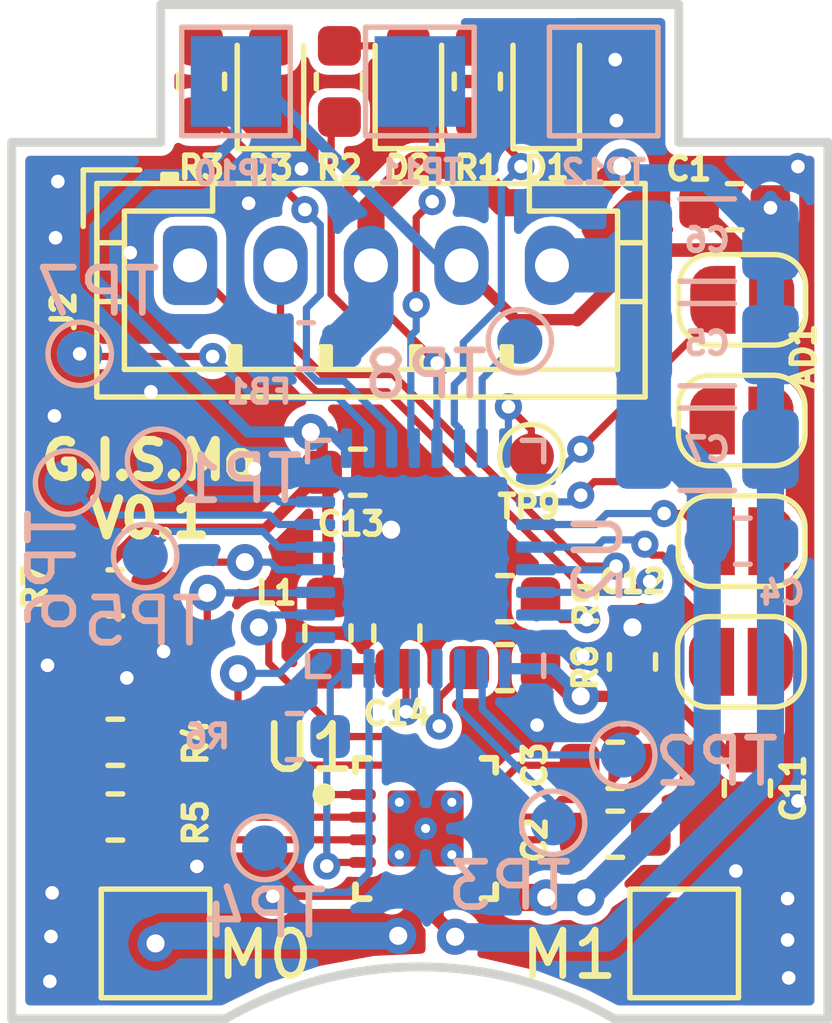
<source format=kicad_pcb>
(kicad_pcb (version 20171130) (host pcbnew "(5.1.6)-1")
  (title_block (title G.I.S.Mo) (date 2020-09-06) (rev 0.12) (company https://github.com/wandrade/gismo) (comment 1 "Werner Thomassen Andrade"))
  (layers (0 F.Cu signal) (31 B.Cu signal) (34 B.Paste user) (35 F.Paste user hide) (36 B.SilkS user) (37 F.SilkS user) (38 B.Mask user) (39 F.Mask user) (44 Edge.Cuts user))
  (net 0 "")
  (net 1 GNDPWR)
  (net 2 +3V3)
  (net 3 "Net-(C2-Pad2)")
  (net 4 "Net-(C3-Pad2)")
  (net 5 "Net-(C3-Pad1)")
  (net 6 GND)
  (net 7 "Net-(C14-Pad2)")
  (net 8 "Net-(D1-Pad2)")
  (net 9 "Net-(D2-Pad2)")
  (net 10 "Net-(D3-Pad2)")
  (net 11 /SCL)
  (net 12 /SDA)
  (net 13 VCC)
  (net 14 /MCU/PWM_IN)
  (net 15 /MCU/LED_R)
  (net 16 /MCU/LED_G)
  (net 17 /MCU/LED_B)
  (net 18 "Net-(R4-Pad1)")
  (net 19 /DRV/I_Sense)
  (net 20 /MCU/~FAULT)
  (net 21 "Net-(R9-Pad2)")
  (net 22 /DRV/Direction)
  (net 23 /DRV/MotPWM)
  (net 24 /MCU/~SLEEP)
  (net 25 /MCU/AD3)
  (net 26 /MCU/AD2)
  (net 27 /MCU/AD1)
  (net 28 /MCU/AD0)
  (net 29 "Net-(TP1-Pad1)")
  (net 30 "Net-(TP2-Pad1)")
  (net 31 "Net-(TP3-Pad1)")
  (net 32 "Net-(TP4-Pad1)")
  (net 33 "Net-(TP5-Pad1)")
  (net 34 "Net-(TP6-Pad1)")
  (net 35 "Net-(TP7-Pad1)")
  (net 36 "Net-(TP8-Pad1)")
  (net 37 "Net-(TP9-Pad1)")
  (net 38 "Net-(M0-Pad1)")
  (net 39 "Net-(M1-Pad1)")
  (net 40 "Net-(R8-Pad1)")
  (module TestPoint:TestPoint_Pad_D1.0mm (layer F.Cu) (at 151.6888 96.6724)
    (fp_text reference TP9 (at -0.0508 1.1176) (layer F.SilkS) (effects (font (size 0.5 0.5) (thickness 0.125))))
    (fp_text value PA14)
    (pad 1 smd circle (at 0 0) (size 1 1) (layers F.Cu F.Mask) (net 37 "Net-(TP9-Pad1)"))
  )
  (module TestPoint:TestPoint_Pad_D1.0mm (layer B.Cu) (at 151.4348 94.1324)
    (fp_text reference TP8 (at -2.0828 0.7366) (layer B.SilkS) (effects (justify mirror)))
    (fp_text value PA13)
    (pad 1 smd circle (at 0 0) (size 1 1) (layers B.Cu B.Mask) (net 36 "Net-(TP8-Pad1)"))
  )
  (module TestPoint:TestPoint_Pad_D1.0mm (layer B.Cu) (at 141.7066 94.4118)
    (fp_text reference TP7 (at 0.4064 -1.3716) (layer B.SilkS) (effects (justify mirror)))
    (fp_text value PA8)
    (pad 1 smd circle (at 0 0) (size 1 1) (layers B.Cu B.Mask) (net 35 "Net-(TP7-Pad1)"))
  )
  (module TestPoint:TestPoint_Pad_D1.0mm (layer B.Cu) (at 141.4272 97.2566)
    (fp_text reference TP6 (at -0.3302 1.9558 90) (layer B.SilkS) (effects (justify mirror)))
    (fp_text value PA7)
    (pad 1 smd circle (at 0 0) (size 1 1) (layers B.Cu B.Mask) (net 34 "Net-(TP6-Pad1)"))
  )
  (module TestPoint:TestPoint_Pad_D1.0mm (layer B.Cu) (at 143.1544 98.8822)
    (fp_text reference TP5 (at 0 1.448) (layer B.SilkS) (effects (justify mirror)))
    (fp_text value PA6)
    (pad 1 smd circle (at 0 0) (size 1 1) (layers B.Cu B.Mask) (net 33 "Net-(TP5-Pad1)"))
  )
  (module TestPoint:TestPoint_Pad_D1.0mm (layer B.Cu) (at 145.796 105.3338)
    (fp_text reference TP4 (at 0 1.448) (layer B.SilkS) (effects (justify mirror)))
    (fp_text value PA0)
    (pad 1 smd circle (at 0 0) (size 1 1) (layers B.Cu B.Mask) (net 32 "Net-(TP4-Pad1)"))
  )
  (module TestPoint:TestPoint_Pad_D1.0mm (layer B.Cu) (at 152.1714 104.775)
    (fp_text reference TP3 (at -0.9652 1.397) (layer B.SilkS) (effects (justify mirror)))
    (fp_text value PF1)
    (pad 1 smd circle (at 0 0) (size 1 1) (layers B.Cu B.Mask) (net 31 "Net-(TP3-Pad1)"))
  )
  (module TestPoint:TestPoint_Pad_D1.0mm (layer B.Cu) (at 153.7208 103.2764)
    (fp_text reference TP2 (at 2.0574 0.1524) (layer B.SilkS) (effects (justify mirror)))
    (fp_text value PF0)
    (pad 1 smd circle (at 0 0) (size 1 1) (layers B.Cu B.Mask) (net 30 "Net-(TP2-Pad1)"))
  )
  (module TestPoint:TestPoint_Pad_D1.0mm (layer B.Cu) (at 143.4592 96.774)
    (fp_text reference TP1 (at 1.8034 0.4064) (layer B.SilkS) (effects (justify mirror)))
    (fp_text value PB0)
    (pad 1 smd circle (at 0 0) (size 1 1) (layers B.Cu B.Mask) (net 29 "Net-(TP1-Pad1)"))
  )
  (module TestPoint:TestPoint_Pad_2.0x2.0mm (layer B.Cu) (at 153.289 88.392)
    (fp_text reference TP12 (at 0 1.998) (layer B.SilkS) (effects (font (size 0.5 0.5) (thickness 0.125)) (justify mirror)))
    (fp_text value TestPoint)
    (pad 1 smd rect (at 0 0) (size 2 2) (layers B.Cu B.Mask) (net 6 GND))
  )
  (module TestPoint:TestPoint_Pad_2.0x2.0mm (layer B.Cu) (at 149.225 88.392)
    (fp_text reference TP11 (at 0 1.998) (layer B.SilkS) (effects (font (size 0.5 0.5) (thickness 0.125)) (justify mirror)))
    (fp_text value TestPoint)
    (pad 1 smd rect (at 0 0) (size 2 2) (layers B.Cu B.Mask) (net 14 /MCU/PWM_IN))
  )
  (module TestPoint:TestPoint_Pad_2.0x2.0mm (layer B.Cu) (at 145.161 88.392)
    (fp_text reference TP10 (at 0 2.032) (layer B.SilkS) (effects (font (size 0.5 0.5) (thickness 0.125)) (justify mirror)))
    (fp_text value TestPoint)
    (pad 1 smd rect (at 0 0) (size 2 2) (layers B.Cu B.Mask) (net 2 +3V3))
  )
  (module TestPoint:TestPoint_Pad_2.0x2.0mm (layer F.Cu) (at 155.067 107.442)
    (fp_text reference M1 (at -2.54 0.254) (layer F.SilkS))
    (fp_text value M-)
    (pad 1 smd rect (at 0 0) (size 2 2) (layers F.Cu F.Mask) (net 39 "Net-(M1-Pad1)"))
  )
  (module TestPoint:TestPoint_Pad_2.0x2.0mm (layer F.Cu) (at 143.383 107.442)
    (fp_text reference M0 (at 2.413 0.254) (layer F.SilkS))
    (fp_text value M+)
    (pad 1 smd rect (at 0 0) (size 2 2) (layers F.Cu F.Mask) (net 38 "Net-(M0-Pad1)"))
  )
  (module LED_SMD:LED_0603_1608Metric (layer F.Cu) (at 145.923 88.392 90)
    (fp_text reference D3 (at -1.905 0) (layer F.SilkS) (effects (font (size 0.5 0.5) (thickness 0.125))))
    (fp_text value B)
    (pad 2 smd roundrect (at 0.7875 0 90) (size 0.875 0.95) (layers F.Cu F.Paste F.Mask) (net 10 "Net-(D3-Pad2)"))
    (pad 1 smd roundrect (at -0.7875 0 90) (size 0.875 0.95) (layers F.Cu F.Paste F.Mask) (net 6 GND))
  )
  (module LED_SMD:LED_0603_1608Metric (layer F.Cu) (at 148.971 88.392 90)
    (fp_text reference D2 (at -1.905 0 180) (layer F.SilkS) (effects (font (size 0.5 0.5) (thickness 0.125))))
    (fp_text value G)
    (pad 2 smd roundrect (at 0.7875 0 90) (size 0.875 0.95) (layers F.Cu F.Paste F.Mask) (net 9 "Net-(D2-Pad2)"))
    (pad 1 smd roundrect (at -0.7875 0 90) (size 0.875 0.95) (layers F.Cu F.Paste F.Mask) (net 6 GND))
  )
  (module LED_SMD:LED_0603_1608Metric (layer F.Cu) (at 152.019 88.392 90)
    (fp_text reference D1 (at -1.905 0 180) (layer F.SilkS) (effects (font (size 0.5 0.5) (thickness 0.125))))
    (fp_text value R)
    (pad 2 smd roundrect (at 0.7875 0 90) (size 0.875 0.95) (layers F.Cu F.Paste F.Mask) (net 8 "Net-(D1-Pad2)"))
    (pad 1 smd roundrect (at -0.7875 0 90) (size 0.875 0.95) (layers F.Cu F.Paste F.Mask) (net 6 GND))
  )
  (module Jumper:SolderJumper-2_P1.3mm_Open_RoundedPad1.0x1.5mm (layer F.Cu) (at 156.322 101.219 180)
    (fp_text reference AD4 hide)
    (fp_text value AD3)
    (pad 2 smd custom (at 0.65 0 180) (size 1 0.5) (layers F.Cu F.Mask) (net 25 /MCU/AD3) (options (clearance outline) (anchor rect)) (primitives (gr_circle (center 0 0.25) (end 0.5 0.25) (width 0)) (gr_circle (center 0 -0.25) (end 0.5 -0.25) (width 0)) (gr_poly (pts (xy 0 -0.75) (xy -0.5 -0.75) (xy -0.5 0.75) (xy 0 0.75)) (width 0))))
    (pad 1 smd custom (at -0.65 0 180) (size 1 0.5) (layers F.Cu F.Mask) (net 2 +3V3) (options (clearance outline) (anchor rect)) (primitives (gr_circle (center 0 0.25) (end 0.5 0.25) (width 0)) (gr_circle (center 0 -0.25) (end 0.5 -0.25) (width 0)) (gr_poly (pts (xy 0 -0.75) (xy 0.5 -0.75) (xy 0.5 0.75) (xy 0 0.75)) (width 0))))
  )
  (module Jumper:SolderJumper-2_P1.3mm_Open_RoundedPad1.0x1.5mm (layer F.Cu) (at 156.337 98.552 180)
    (fp_text reference AD3 hide)
    (fp_text value AD2)
    (pad 2 smd custom (at 0.65 0 180) (size 1 0.5) (layers F.Cu F.Mask) (net 26 /MCU/AD2) (options (clearance outline) (anchor rect)) (primitives (gr_circle (center 0 0.25) (end 0.5 0.25) (width 0)) (gr_circle (center 0 -0.25) (end 0.5 -0.25) (width 0)) (gr_poly (pts (xy 0 -0.75) (xy -0.5 -0.75) (xy -0.5 0.75) (xy 0 0.75)) (width 0))))
    (pad 1 smd custom (at -0.65 0 180) (size 1 0.5) (layers F.Cu F.Mask) (net 2 +3V3) (options (clearance outline) (anchor rect)) (primitives (gr_circle (center 0 0.25) (end 0.5 0.25) (width 0)) (gr_circle (center 0 -0.25) (end 0.5 -0.25) (width 0)) (gr_poly (pts (xy 0 -0.75) (xy 0.5 -0.75) (xy 0.5 0.75) (xy 0 0.75)) (width 0))))
  )
  (module Jumper:SolderJumper-2_P1.3mm_Open_RoundedPad1.0x1.5mm (layer F.Cu) (at 156.337 95.885 180)
    (fp_text reference AD2 hide)
    (fp_text value AD1)
    (pad 2 smd custom (at 0.65 0 180) (size 1 0.5) (layers F.Cu F.Mask) (net 27 /MCU/AD1) (options (clearance outline) (anchor rect)) (primitives (gr_circle (center 0 0.25) (end 0.5 0.25) (width 0)) (gr_circle (center 0 -0.25) (end 0.5 -0.25) (width 0)) (gr_poly (pts (xy 0 -0.75) (xy -0.5 -0.75) (xy -0.5 0.75) (xy 0 0.75)) (width 0))))
    (pad 1 smd custom (at -0.65 0 180) (size 1 0.5) (layers F.Cu F.Mask) (net 2 +3V3) (options (clearance outline) (anchor rect)) (primitives (gr_circle (center 0 0.25) (end 0.5 0.25) (width 0)) (gr_circle (center 0 -0.25) (end 0.5 -0.25) (width 0)) (gr_poly (pts (xy 0 -0.75) (xy 0.5 -0.75) (xy 0.5 0.75) (xy 0 0.75)) (width 0))))
  )
  (module Jumper:SolderJumper-2_P1.3mm_Open_RoundedPad1.0x1.5mm (layer F.Cu) (at 156.352 93.218 180)
    (fp_text reference AD1 (at -1.3566 -1.2446 90) (layer F.SilkS) (effects (font (size 0.5 0.5) (thickness 0.125))))
    (fp_text value AD0)
    (pad 2 smd custom (at 0.65 0 180) (size 1 0.5) (layers F.Cu F.Mask) (net 28 /MCU/AD0) (options (clearance outline) (anchor rect)) (primitives (gr_circle (center 0 0.25) (end 0.5 0.25) (width 0)) (gr_circle (center 0 -0.25) (end 0.5 -0.25) (width 0)) (gr_poly (pts (xy 0 -0.75) (xy -0.5 -0.75) (xy -0.5 0.75) (xy 0 0.75)) (width 0))))
    (pad 1 smd custom (at -0.65 0 180) (size 1 0.5) (layers F.Cu F.Mask) (net 2 +3V3) (options (clearance outline) (anchor rect)) (primitives (gr_circle (center 0 0.25) (end 0.5 0.25) (width 0)) (gr_circle (center 0 -0.25) (end 0.5 -0.25) (width 0)) (gr_poly (pts (xy 0 -0.75) (xy 0.5 -0.75) (xy 0.5 0.75) (xy 0 0.75)) (width 0))))
  )
  (module Package_DFN_QFN:QFN-32-1EP_5x5mm_P0.5mm_EP3.45x3.45mm (layer B.Cu) (at 149.352 98.933 90)
    (fp_text reference U2 (at 0 3.82 90) (layer B.SilkS) (effects (justify mirror)))
    (fp_text value STM32F302K8Ux hide)
    (pad 33 smd rect (at 0 0 90) (size 3.45 3.45) (layers B.Cu B.Mask) (net 6 GND))
    (pad 32 smd roundrect (at -1.75 2.4375 90) (size 0.25 0.875) (layers B.Cu B.Paste B.Mask) (net 6 GND))
    (pad 31 smd roundrect (at -1.25 2.4375 90) (size 0.25 0.875) (layers B.Cu B.Paste B.Mask) (net 21 "Net-(R9-Pad2)"))
    (pad 30 smd roundrect (at -0.75 2.4375 90) (size 0.25 0.875) (layers B.Cu B.Paste B.Mask) (net 12 /SDA))
    (pad 29 smd roundrect (at -0.25 2.4375 90) (size 0.25 0.875) (layers B.Cu B.Paste B.Mask) (net 11 /SCL))
    (pad 28 smd roundrect (at 0.25 2.4375 90) (size 0.25 0.875) (layers B.Cu B.Paste B.Mask) (net 25 /MCU/AD3))
    (pad 27 smd roundrect (at 0.75 2.4375 90) (size 0.25 0.875) (layers B.Cu B.Paste B.Mask) (net 26 /MCU/AD2))
    (pad 26 smd roundrect (at 1.25 2.4375 90) (size 0.25 0.875) (layers B.Cu B.Paste B.Mask) (net 27 /MCU/AD1))
    (pad 25 smd roundrect (at 1.75 2.4375 90) (size 0.25 0.875) (layers B.Cu B.Paste B.Mask) (net 28 /MCU/AD0))
    (pad 24 smd roundrect (at 2.4375 1.75 90) (size 0.875 0.25) (layers B.Cu B.Paste B.Mask) (net 37 "Net-(TP9-Pad1)"))
    (pad 23 smd roundrect (at 2.4375 1.25 90) (size 0.875 0.25) (layers B.Cu B.Paste B.Mask) (net 36 "Net-(TP8-Pad1)"))
    (pad 22 smd roundrect (at 2.4375 0.75 90) (size 0.875 0.25) (layers B.Cu B.Paste B.Mask) (net 15 /MCU/LED_R))
    (pad 21 smd roundrect (at 2.4375 0.25 90) (size 0.875 0.25) (layers B.Cu B.Paste B.Mask) (net 16 /MCU/LED_G))
    (pad 20 smd roundrect (at 2.4375 -0.25 90) (size 0.875 0.25) (layers B.Cu B.Paste B.Mask) (net 14 /MCU/PWM_IN))
    (pad 19 smd roundrect (at 2.4375 -0.75 90) (size 0.875 0.25) (layers B.Cu B.Paste B.Mask) (net 17 /MCU/LED_B))
    (pad 18 smd roundrect (at 2.4375 -1.25 90) (size 0.875 0.25) (layers B.Cu B.Paste B.Mask) (net 35 "Net-(TP7-Pad1)"))
    (pad 17 smd roundrect (at 2.4375 -1.75 90) (size 0.875 0.25) (layers B.Cu B.Paste B.Mask) (net 2 +3V3))
    (pad 16 smd roundrect (at 1.75 -2.4375 90) (size 0.25 0.875) (layers B.Cu B.Paste B.Mask) (net 6 GND))
    (pad 15 smd roundrect (at 1.25 -2.4375 90) (size 0.25 0.875) (layers B.Cu B.Paste B.Mask) (net 29 "Net-(TP1-Pad1)"))
    (pad 14 smd roundrect (at 0.75 -2.4375 90) (size 0.25 0.875) (layers B.Cu B.Paste B.Mask) (net 34 "Net-(TP6-Pad1)"))
    (pad 13 smd roundrect (at 0.25 -2.4375 90) (size 0.25 0.875) (layers B.Cu B.Paste B.Mask) (net 33 "Net-(TP5-Pad1)"))
    (pad 12 smd roundrect (at -0.25 -2.4375 90) (size 0.25 0.875) (layers B.Cu B.Paste B.Mask) (net 20 /MCU/~FAULT))
    (pad 11 smd roundrect (at -0.75 -2.4375 90) (size 0.25 0.875) (layers B.Cu B.Paste B.Mask) (net 24 /MCU/~SLEEP))
    (pad 10 smd roundrect (at -1.25 -2.4375 90) (size 0.25 0.875) (layers B.Cu B.Paste B.Mask) (net 23 /DRV/MotPWM))
    (pad 9 smd roundrect (at -1.75 -2.4375 90) (size 0.25 0.875) (layers B.Cu B.Paste B.Mask) (net 22 /DRV/Direction))
    (pad 8 smd roundrect (at -2.4375 -1.75 90) (size 0.875 0.25) (layers B.Cu B.Paste B.Mask) (net 19 /DRV/I_Sense))
    (pad 7 smd roundrect (at -2.4375 -1.25 90) (size 0.875 0.25) (layers B.Cu B.Paste B.Mask) (net 32 "Net-(TP4-Pad1)"))
    (pad 6 smd roundrect (at -2.4375 -0.75 90) (size 0.875 0.25) (layers B.Cu B.Paste B.Mask) (net 6 GND))
    (pad 5 smd roundrect (at -2.4375 -0.25 90) (size 0.875 0.25) (layers B.Cu B.Paste B.Mask) (net 7 "Net-(C14-Pad2)"))
    (pad 4 smd roundrect (at -2.4375 0.25 90) (size 0.875 0.25) (layers B.Cu B.Paste B.Mask) (net 40 "Net-(R8-Pad1)"))
    (pad 3 smd roundrect (at -2.4375 0.75 90) (size 0.875 0.25) (layers B.Cu B.Paste B.Mask) (net 31 "Net-(TP3-Pad1)"))
    (pad 2 smd roundrect (at -2.4375 1.25 90) (size 0.875 0.25) (layers B.Cu B.Paste B.Mask) (net 30 "Net-(TP2-Pad1)"))
    (pad 1 smd roundrect (at -2.4375 1.75 90) (size 0.875 0.25) (layers B.Cu B.Paste B.Mask) (net 2 +3V3))
  )
  (module "TI DRV:Texas_Instruments-RGT0016C-0-0-MFG" (layer F.Cu) (at 149.352 104.902)
    (fp_text reference U1 (at -3.683 -1.778) (layer F.SilkS) (effects (justify left)))
    (fp_text value DRV8876RGTR hide)
    (pad ~ thru_hole circle (at 0.58 -0.58) (size 0.5 0.5) (drill 0.2) (layers *.Cu))
    (pad ~ thru_hole circle (at -0.58 -0.58) (size 0.5 0.5) (drill 0.2) (layers *.Cu))
    (pad ~ thru_hole circle (at 0.58 0.58) (size 0.5 0.5) (drill 0.2) (layers *.Cu))
    (pad ~ thru_hole circle (at -0.58 0.58) (size 0.5 0.5) (drill 0.2) (layers *.Cu))
    (pad ~ thru_hole circle (at 0 0) (size 0.5 0.5) (drill 0.2) (layers *.Cu))
    (pad 17 smd roundrect (at 0 0) (size 1.68 1.68) (layers F.Cu F.Mask) (roundrect_rratio 0.0595238095))
    (pad 16 smd roundrect (at -0.749999 -1.400046) (size 0.24 0.6) (layers F.Cu F.Paste F.Mask) (roundrect_rratio 0.4166666667) (net 22 /DRV/Direction))
    (pad 15 smd roundrect (at -0.249999 -1.400046) (size 0.24 0.6) (layers F.Cu F.Paste F.Mask) (roundrect_rratio 0.4166666667) (net 23 /DRV/MotPWM))
    (pad 14 smd roundrect (at 0.25 -1.400046) (size 0.24 0.6) (layers F.Cu F.Paste F.Mask) (roundrect_rratio 0.4166666667) (net 6 GND))
    (pad 13 smd roundrect (at 0.75 -1.400046) (size 0.24 0.6) (layers F.Cu F.Paste F.Mask) (roundrect_rratio 0.4166666667) (net 6 GND))
    (pad 8 smd roundrect (at 0.75 1.400047) (size 0.24 0.6) (layers F.Cu F.Paste F.Mask) (roundrect_rratio 0.4166666667) (net 39 "Net-(M1-Pad1)"))
    (pad 7 smd roundrect (at 0.25 1.400047) (size 0.24 0.6) (layers F.Cu F.Paste F.Mask) (roundrect_rratio 0.4166666667) (net 1 GNDPWR))
    (pad 6 smd roundrect (at -0.249999 1.400047) (size 0.24 0.6) (layers F.Cu F.Paste F.Mask) (roundrect_rratio 0.4166666667) (net 38 "Net-(M0-Pad1)"))
    (pad 5 smd roundrect (at -0.749999 1.400047) (size 0.24 0.6) (layers F.Cu F.Paste F.Mask) (roundrect_rratio 0.4166666667) (net 6 GND))
    (pad 12 smd roundrect (at 1.400047 -0.749999) (size 0.6 0.24) (layers F.Cu F.Paste F.Mask) (roundrect_rratio 0.4166666667) (net 4 "Net-(C3-Pad2)"))
    (pad 11 smd roundrect (at 1.400047 -0.249999) (size 0.6 0.24) (layers F.Cu F.Paste F.Mask) (roundrect_rratio 0.4166666667) (net 5 "Net-(C3-Pad1)"))
    (pad 10 smd roundrect (at 1.400047 0.25) (size 0.6 0.24) (layers F.Cu F.Paste F.Mask) (roundrect_rratio 0.4166666667) (net 3 "Net-(C2-Pad2)"))
    (pad 9 smd roundrect (at 1.400047 0.75) (size 0.6 0.24) (layers F.Cu F.Paste F.Mask) (roundrect_rratio 0.4166666667) (net 13 VCC))
    (pad 4 smd roundrect (at -1.400046 0.75) (size 0.6 0.24) (layers F.Cu F.Paste F.Mask) (roundrect_rratio 0.4166666667) (net 19 /DRV/I_Sense))
    (pad 3 smd roundrect (at -1.400046 0.25) (size 0.6 0.24) (layers F.Cu F.Paste F.Mask) (roundrect_rratio 0.4166666667) (net 18 "Net-(R4-Pad1)"))
    (pad 2 smd roundrect (at -1.400046 -0.249999) (size 0.6 0.24) (layers F.Cu F.Paste F.Mask) (roundrect_rratio 0.4166666667) (net 20 /MCU/~FAULT))
    (pad 1 smd roundrect (at -1.400046 -0.749999) (size 0.6 0.24) (layers F.Cu F.Paste F.Mask) (roundrect_rratio 0.4166666667) (net 24 /MCU/~SLEEP))
  )
  (module Resistor_SMD:R_0603_1608Metric (layer F.Cu) (at 151.1045 99.822)
    (fp_text reference R9 (at 1.8035 0.127 270) (layer F.SilkS) (effects (font (size 0.5 0.5) (thickness 0.125))))
    (fp_text value 10k)
    (pad 2 smd roundrect (at 0.7875 0) (size 0.875 0.95) (layers F.Cu F.Paste F.Mask) (net 21 "Net-(R9-Pad2)"))
    (pad 1 smd roundrect (at -0.7875 0) (size 0.875 0.95) (layers F.Cu F.Paste F.Mask) (net 6 GND))
  )
  (module Resistor_SMD:R_0603_1608Metric (layer F.Cu) (at 151.1045 101.346)
    (fp_text reference R8 (at 1.778 0 90) (layer F.SilkS) (effects (font (size 0.5 0.5) (thickness 0.125))))
    (fp_text value 10k)
    (pad 2 smd roundrect (at 0.7875 0) (size 0.875 0.95) (layers F.Cu F.Paste F.Mask) (net 2 +3V3))
    (pad 1 smd roundrect (at -0.7875 0) (size 0.875 0.95) (layers F.Cu F.Paste F.Mask) (net 40 "Net-(R8-Pad1)"))
  )
  (module Resistor_SMD:R_0603_1608Metric (layer F.Cu) (at 142.494 99.695 180)
    (fp_text reference R7 (at 1.778 0.127 270) (layer F.SilkS) (effects (font (size 0.5 0.5) (thickness 0.125))))
    (fp_text value 10K)
    (pad 2 smd roundrect (at 0.7875 0 180) (size 0.875 0.95) (layers F.Cu F.Paste F.Mask) (net 2 +3V3))
    (pad 1 smd roundrect (at -0.7875 0 180) (size 0.875 0.95) (layers F.Cu F.Paste F.Mask) (net 20 /MCU/~FAULT))
  )
  (module Resistor_SMD:R_0603_1608Metric (layer B.Cu) (at 146.4565 102.87)
    (fp_text reference R6 (at -1.9305 0) (layer B.SilkS) (effects (font (size 0.5 0.5) (thickness 0.125)) (justify mirror)))
    (fp_text value 2K)
    (pad 2 smd roundrect (at 0.7875 0) (size 0.875 0.95) (layers B.Cu B.Paste B.Mask) (net 19 /DRV/I_Sense))
    (pad 1 smd roundrect (at -0.7875 0) (size 0.875 0.95) (layers B.Cu B.Paste B.Mask) (net 6 GND))
  )
  (module Resistor_SMD:R_0603_1608Metric (layer F.Cu) (at 142.494 104.648)
    (fp_text reference R5 (at 1.778 0.127 90) (layer F.SilkS) (effects (font (size 0.5 0.5) (thickness 0.125))))
    (fp_text value 50K)
    (pad 2 smd roundrect (at 0.7875 0) (size 0.875 0.95) (layers F.Cu F.Paste F.Mask) (net 18 "Net-(R4-Pad1)"))
    (pad 1 smd roundrect (at -0.7875 0) (size 0.875 0.95) (layers F.Cu F.Paste F.Mask) (net 6 GND))
  )
  (module Resistor_SMD:R_0603_1608Metric (layer F.Cu) (at 142.494 102.997 180)
    (fp_text reference R4 (at -1.778 0 90) (layer F.SilkS) (effects (font (size 0.5 0.5) (thickness 0.125))))
    (fp_text value 1.5K)
    (pad 2 smd roundrect (at 0.7875 0 180) (size 0.875 0.95) (layers F.Cu F.Paste F.Mask) (net 2 +3V3))
    (pad 1 smd roundrect (at -0.7875 0 180) (size 0.875 0.95) (layers F.Cu F.Paste F.Mask) (net 18 "Net-(R4-Pad1)"))
  )
  (module Resistor_SMD:R_0603_1608Metric (layer F.Cu) (at 144.399 88.392 270)
    (fp_text reference R3 (at 1.905 0 180) (layer F.SilkS) (effects (font (size 0.5 0.5) (thickness 0.125))))
    (fp_text value 100R)
    (pad 2 smd roundrect (at 0.7875 0 270) (size 0.875 0.95) (layers F.Cu F.Paste F.Mask) (net 17 /MCU/LED_B))
    (pad 1 smd roundrect (at -0.7875 0 270) (size 0.875 0.95) (layers F.Cu F.Paste F.Mask) (net 10 "Net-(D3-Pad2)"))
  )
  (module Resistor_SMD:R_0603_1608Metric (layer F.Cu) (at 147.447 88.392 270)
    (fp_text reference R2 (at 1.905 0 180) (layer F.SilkS) (effects (font (size 0.5 0.5) (thickness 0.125))))
    (fp_text value 100R)
    (pad 2 smd roundrect (at 0.7875 0 270) (size 0.875 0.95) (layers F.Cu F.Paste F.Mask) (net 16 /MCU/LED_G))
    (pad 1 smd roundrect (at -0.7875 0 270) (size 0.875 0.95) (layers F.Cu F.Paste F.Mask) (net 9 "Net-(D2-Pad2)"))
  )
  (module Resistor_SMD:R_0603_1608Metric (layer F.Cu) (at 150.495 88.392 270)
    (fp_text reference R1 (at 1.905 0 180) (layer F.SilkS) (effects (font (size 0.5 0.5) (thickness 0.125))))
    (fp_text value 100R)
    (pad 2 smd roundrect (at 0.7875 0 270) (size 0.875 0.95) (layers F.Cu F.Paste F.Mask) (net 15 /MCU/LED_R))
    (pad 1 smd roundrect (at -0.7875 0 270) (size 0.875 0.95) (layers F.Cu F.Paste F.Mask) (net 8 "Net-(D1-Pad2)"))
  )
  (module Inductor_SMD:L_0603_1608Metric (layer F.Cu) (at 147.193 100.584 90)
    (fp_text reference L1 (at 0.889 -1.143 180) (layer F.SilkS) (effects (font (size 0.5 0.5) (thickness 0.125))))
    (fp_text value 22uh)
    (pad 2 smd roundrect (at 0.7875 0 90) (size 0.875 0.95) (layers F.Cu F.Paste F.Mask) (net 2 +3V3))
    (pad 1 smd roundrect (at -0.7875 0 90) (size 0.875 0.95) (layers F.Cu F.Paste F.Mask) (net 7 "Net-(C14-Pad2)"))
  )
  (module Connector_JST:JST_PH_B5B-PH-K_1x05_P2.00mm_Vertical (layer F.Cu) (at 144.145 92.456)
    (fp_text reference J2 (at -2.794 1.016 90) (layer F.SilkS) (effects (font (size 0.5 0.5) (thickness 0.125))))
    (fp_text value I2C)
    (pad 5 thru_hole oval (at 8 0) (size 1.2 1.75) (drill 0.75) (layers *.Cu *.Mask) (net 13 VCC))
    (pad 4 thru_hole oval (at 6 0) (size 1.2 1.75) (drill 0.75) (layers *.Cu *.Mask) (net 2 +3V3))
    (pad 3 thru_hole oval (at 4 0) (size 1.2 1.75) (drill 0.75) (layers *.Cu *.Mask) (net 1 GNDPWR))
    (pad 2 thru_hole oval (at 2 0) (size 1.2 1.75) (drill 0.75) (layers *.Cu *.Mask) (net 11 /SCL))
    (pad 1 thru_hole roundrect (at 0 0) (size 1.2 1.75) (drill 0.75) (layers *.Cu *.Mask) (roundrect_rratio 0.208333) (net 12 /SDA))
  )
  (module Resistor_SMD:R_0603_1608Metric (layer B.Cu) (at 146.7105 94.234)
    (fp_text reference FB1 (at -1.0415 1.016 180) (layer B.SilkS) (effects (font (size 0.5 0.5) (thickness 0.125)) (justify mirror)))
    (fp_text value 600ohm hide)
    (pad 2 smd roundrect (at 0.7875 0) (size 0.875 0.95) (layers B.Cu B.Paste B.Mask) (net 1 GNDPWR))
    (pad 1 smd roundrect (at -0.7875 0) (size 0.875 0.95) (layers B.Cu B.Paste B.Mask) (net 6 GND))
  )
  (module Capacitor_SMD:C_0603_1608Metric (layer F.Cu) (at 148.717 100.584 270)
    (fp_text reference C14 (at 1.778 0 180) (layer F.SilkS) (effects (font (size 0.5 0.5) (thickness 0.125))))
    (fp_text value 10nF)
    (pad 2 smd roundrect (at 0.7875 0 270) (size 0.875 0.95) (layers F.Cu F.Paste F.Mask) (net 7 "Net-(C14-Pad2)"))
    (pad 1 smd roundrect (at -0.7875 0 270) (size 0.875 0.95) (layers F.Cu F.Paste F.Mask) (net 6 GND))
  )
  (module Capacitor_SMD:C_0603_1608Metric (layer F.Cu) (at 147.8535 97.028 180)
    (fp_text reference C13 (at 0.1525 -1.143) (layer F.SilkS) (effects (font (size 0.5 0.5) (thickness 0.125))))
    (fp_text value 10nF)
    (pad 2 smd roundrect (at 0.7875 0 180) (size 0.875 0.95) (layers F.Cu F.Paste F.Mask) (net 2 +3V3))
    (pad 1 smd roundrect (at -0.7875 0 180) (size 0.875 0.95) (layers F.Cu F.Paste F.Mask) (net 6 GND))
  )
  (module Capacitor_SMD:C_0603_1608Metric (layer F.Cu) (at 153.924 101.219 270)
    (fp_text reference C12 (at -1.778 0 180) (layer F.SilkS) (effects (font (size 0.5 0.5) (thickness 0.125))))
    (fp_text value 10nF)
    (pad 2 smd roundrect (at 0.7875 0 270) (size 0.875 0.95) (layers F.Cu F.Paste F.Mask) (net 2 +3V3))
    (pad 1 smd roundrect (at -0.7875 0 270) (size 0.875 0.95) (layers F.Cu F.Paste F.Mask) (net 6 GND))
  )
  (module Capacitor_SMD:C_0603_1608Metric (layer F.Cu) (at 156.464 104.013 90)
    (fp_text reference C11 (at 0 1.016 270) (layer F.SilkS) (effects (font (size 0.5 0.5) (thickness 0.125))))
    (fp_text value 4.7uF)
    (pad 2 smd roundrect (at 0.7875 0 90) (size 0.875 0.95) (layers F.Cu F.Paste F.Mask) (net 2 +3V3))
    (pad 1 smd roundrect (at -0.7875 0 90) (size 0.875 0.95) (layers F.Cu F.Paste F.Mask) (net 6 GND))
  )
  (module Capacitor_SMD:C_1206_3216Metric (layer B.Cu) (at 155.575 96.52 180)
    (fp_text reference C7 (at 0 0) (layer B.SilkS) (effects (font (size 0.5 0.5) (thickness 0.125)) (justify mirror)))
    (fp_text value 47uF)
    (pad 2 smd roundrect (at 1.4 0 180) (size 1.25 1.75) (layers B.Cu B.Paste B.Mask) (roundrect_rratio 0.2) (net 13 VCC))
    (pad 1 smd roundrect (at -1.4 0 180) (size 1.25 1.75) (layers B.Cu B.Paste B.Mask) (roundrect_rratio 0.2) (net 1 GNDPWR))
  )
  (module Capacitor_SMD:C_1206_3216Metric (layer B.Cu) (at 155.575 91.8972 180)
    (fp_text reference C6 (at 0 0) (layer B.SilkS) (effects (font (size 0.5 0.5) (thickness 0.125)) (justify mirror)))
    (fp_text value 47uF)
    (pad 2 smd roundrect (at 1.4 0 180) (size 1.25 1.75) (layers B.Cu B.Paste B.Mask) (roundrect_rratio 0.2) (net 13 VCC))
    (pad 1 smd roundrect (at -1.4 0 180) (size 1.25 1.75) (layers B.Cu B.Paste B.Mask) (roundrect_rratio 0.2) (net 1 GNDPWR))
  )
  (module Capacitor_SMD:C_1206_3216Metric (layer B.Cu) (at 155.575 94.2086 180)
    (fp_text reference C5 (at 0 0.028) (layer B.SilkS) (effects (font (size 0.5 0.5) (thickness 0.125)) (justify mirror)))
    (fp_text value 47uF)
    (pad 2 smd roundrect (at 1.4 0 180) (size 1.25 1.75) (layers B.Cu B.Paste B.Mask) (roundrect_rratio 0.2) (net 13 VCC))
    (pad 1 smd roundrect (at -1.4 0 180) (size 1.25 1.75) (layers B.Cu B.Paste B.Mask) (roundrect_rratio 0.2) (net 1 GNDPWR))
  )
  (module Capacitor_SMD:C_0603_1608Metric (layer B.Cu) (at 156.3625 98.552 180)
    (fp_text reference C4 (at -0.8635 -1.143) (layer B.SilkS) (effects (font (size 0.5 0.5) (thickness 0.125)) (justify mirror)))
    (fp_text value 0.1uF)
    (pad 2 smd roundrect (at 0.7875 0 180) (size 0.875 0.95) (layers B.Cu B.Paste B.Mask) (net 13 VCC))
    (pad 1 smd roundrect (at -0.7875 0 180) (size 0.875 0.95) (layers B.Cu B.Paste B.Mask) (net 1 GNDPWR))
  )
  (module Capacitor_SMD:C_0603_1608Metric (layer F.Cu) (at 153.543 103.505 180)
    (fp_text reference C3 (at 1.778 0 90) (layer F.SilkS) (effects (font (size 0.5 0.5) (thickness 0.125))))
    (fp_text value 0.022uf)
    (pad 2 smd roundrect (at 0.7875 0 180) (size 0.875 0.95) (layers F.Cu F.Paste F.Mask) (net 4 "Net-(C3-Pad2)"))
    (pad 1 smd roundrect (at -0.7875 0 180) (size 0.875 0.95) (layers F.Cu F.Paste F.Mask) (net 5 "Net-(C3-Pad1)"))
  )
  (module Capacitor_SMD:C_0603_1608Metric (layer F.Cu) (at 153.543 105.029 180)
    (fp_text reference C2 (at 1.778 -0.127 90) (layer F.SilkS) (effects (font (size 0.5 0.5) (thickness 0.125))))
    (fp_text value 0.1uF)
    (pad 2 smd roundrect (at 0.7875 0 180) (size 0.875 0.95) (layers F.Cu F.Paste F.Mask) (net 3 "Net-(C2-Pad2)"))
    (pad 1 smd roundrect (at -0.7875 0 180) (size 0.875 0.95) (layers F.Cu F.Paste F.Mask) (net 13 VCC))
  )
  (module Capacitor_SMD:C_0603_1608Metric (layer F.Cu) (at 156.1846 91.1606)
    (fp_text reference C1 (at -1.016 -0.8382) (layer F.SilkS) (effects (font (size 0.5 0.5) (thickness 0.125))))
    (fp_text value 100uf)
    (pad 1 smd roundrect (at -0.7875 0) (size 0.875 0.95) (layers F.Cu F.Paste F.Mask) (net 2 +3V3))
    (pad 2 smd roundrect (at 0.7875 0) (size 0.875 0.95) (layers F.Cu F.Paste F.Mask) (net 1 GNDPWR))
  )
  (gr_text "G.I.S.Mo\nV0.1" (at 143.256 97.409) (layer F.SilkS) (effects (font (size 0.8 0.8) (thickness 0.2))))
  (gr_line (start 158.245 89.736001) (end 158.245 109.111) (layer Edge.Cuts) (width 0.2))
  (gr_line (start 154.95 89.736001) (end 158.245 89.736001) (layer Edge.Cuts) (width 0.2))
  (gr_line (start 154.95 86.691001) (end 154.95 89.736001) (layer Edge.Cuts) (width 0.2))
  (gr_line (start 154.95 86.691001) (end 143.5 86.691) (layer Edge.Cuts) (width 0.2))
  (gr_line (start 143.5 89.736001) (end 143.5 86.691) (layer Edge.Cuts) (width 0.2))
  (gr_line (start 140.205001 89.736) (end 143.5 89.736001) (layer Edge.Cuts) (width 0.2))
  (gr_line (start 140.205 109.111) (end 140.205001 89.736) (layer Edge.Cuts) (width 0.2))
  (gr_line (start 158.245 109.111) (end 153.527906 109.111) (layer Edge.Cuts) (width 0.2))
  (gr_line (start 140.205 109.111) (end 144.922094 109.111) (layer Edge.Cuts) (width 0.2))
  (gr_arc (start 149.225 116.586) (end 153.527906 109.111) (angle -59.85287092) (layer Edge.Cuts) (width 0.2))
  (via (at 150.003876 107.294064) (size 0.8) (drill 0.4) (layers F.Cu B.Cu) (net 1))
  (segment (start 149.602011 106.676011) (end 149.602011 106.509178) (width 0.3) (layer F.Cu) (net 1))
  (segment (start 149.603877 106.677877) (end 149.602011 106.676011) (width 0.3) (layer F.Cu) (net 1))
  (segment (start 150.003876 107.294064) (end 149.603877 106.894065) (width 0.3) (layer F.Cu) (net 1))
  (segment (start 149.603877 106.894065) (end 149.603877 106.677877) (width 0.3) (layer F.Cu) (net 1))
  (segment (start 148.145 93.587) (end 147.498 94.234) (width 1) (layer B.Cu) (net 1))
  (segment (start 148.145 92.456) (end 148.145 93.587) (width 1) (layer B.Cu) (net 1))
  (segment (start 153.340001 107.326001) (end 156.975 103.691002) (width 0.6) (layer B.Cu) (net 1))
  (segment (start 150.569561 107.294064) (end 150.601498 107.326001) (width 0.6) (layer B.Cu) (net 1))
  (segment (start 150.601498 107.326001) (end 153.340001 107.326001) (width 0.6) (layer B.Cu) (net 1))
  (segment (start 150.003876 107.294064) (end 150.569561 107.294064) (width 0.6) (layer B.Cu) (net 1))
  (segment (start 156.975 91.8972) (end 155.59999 90.52219) (width 0.6) (layer B.Cu) (net 1))
  (segment (start 156.975 103.691002) (end 156.975 91.8972) (width 0.6) (layer B.Cu) (net 1))
  (segment (start 156.975 91.8972) (end 156.975 91.183) (width 0.3) (layer B.Cu) (net 1))
  (via (at 153.6954 90.2716) (size 0.8) (drill 0.4) (layers F.Cu B.Cu) (net 1))
  (segment (start 153.94599 90.52219) (end 155.59999 90.52219) (width 0.6) (layer B.Cu) (net 1))
  (segment (start 153.6954 90.2716) (end 153.94599 90.52219) (width 0.6) (layer B.Cu) (net 1))
  (segment (start 148.145 91.2246) (end 149.1234 90.2462) (width 0.6) (layer F.Cu) (net 1))
  (segment (start 148.145 92.456) (end 148.145 91.2246) (width 0.6) (layer F.Cu) (net 1))
  (segment (start 149.1234 90.2462) (end 150.250798 90.2462) (width 0.6) (layer F.Cu) (net 1))
  (segment (start 152.876621 91.071601) (end 152.88601 91.08099) (width 0.6) (layer F.Cu) (net 1))
  (segment (start 150.250798 90.2462) (end 151.076199 91.071601) (width 0.6) (layer F.Cu) (net 1))
  (segment (start 152.88601 91.08099) (end 153.6954 90.2716) (width 0.6) (layer F.Cu) (net 1))
  (segment (start 151.076199 91.071601) (end 152.876621 91.071601) (width 0.6) (layer F.Cu) (net 1))
  (segment (start 156.975 91.183) (end 156.975 90.9545) (width 0.3) (layer B.Cu) (net 1))
  (via (at 156.975 91.183) (size 0.6) (drill 0.3) (layers F.Cu B.Cu) (net 1))
  (via (at 152.781 101.981) (size 0.8) (drill 0.4) (layers F.Cu B.Cu) (net 2))
  (segment (start 151.102 101.3705) (end 152.1705 101.3705) (width 0.25) (layer B.Cu) (net 2))
  (segment (start 152.1705 101.3705) (end 152.781 101.981) (width 0.25) (layer B.Cu) (net 2))
  (segment (start 152.527 101.981) (end 151.892 101.346) (width 0.25) (layer F.Cu) (net 2))
  (segment (start 152.781 101.981) (end 152.527 101.981) (width 0.25) (layer F.Cu) (net 2))
  (segment (start 153.8985 101.981) (end 153.924 102.0065) (width 0.25) (layer F.Cu) (net 2))
  (segment (start 152.781 101.981) (end 153.8985 101.981) (width 0.25) (layer F.Cu) (net 2))
  (segment (start 141.7065 99.695) (end 141.7065 102.997) (width 0.25) (layer F.Cu) (net 2))
  (segment (start 147.193 97.155) (end 147.066 97.028) (width 0.25) (layer F.Cu) (net 2))
  (segment (start 147.193 99.7965) (end 147.193 97.155) (width 0.25) (layer F.Cu) (net 2))
  (segment (start 145.804001 98.289999) (end 147.066 97.028) (width 0.25) (layer F.Cu) (net 2))
  (segment (start 143.111501 98.289999) (end 145.804001 98.289999) (width 0.25) (layer F.Cu) (net 2))
  (segment (start 141.7065 99.695) (end 143.111501 98.289999) (width 0.25) (layer F.Cu) (net 2))
  (via (at 146.812 96.139) (size 0.8) (drill 0.4) (layers F.Cu B.Cu) (net 2))
  (segment (start 147.066 97.028) (end 147.066 96.393) (width 0.25) (layer F.Cu) (net 2))
  (segment (start 147.066 96.393) (end 146.812 96.139) (width 0.25) (layer F.Cu) (net 2))
  (segment (start 147.2455 96.139) (end 147.602 96.4955) (width 0.25) (layer B.Cu) (net 2))
  (segment (start 146.812 96.139) (end 147.2455 96.139) (width 0.25) (layer B.Cu) (net 2))
  (segment (start 157.002 95.87) (end 156.987 95.885) (width 0.25) (layer F.Cu) (net 2))
  (segment (start 157.002 93.218) (end 157.002 95.87) (width 0.25) (layer F.Cu) (net 2))
  (segment (start 156.987 101.204) (end 156.972 101.219) (width 0.25) (layer F.Cu) (net 2))
  (segment (start 156.987 95.885) (end 156.987 101.204) (width 0.25) (layer F.Cu) (net 2))
  (segment (start 156.972 102.7175) (end 156.464 103.2255) (width 0.25) (layer F.Cu) (net 2))
  (segment (start 156.972 101.219) (end 156.972 102.7175) (width 0.25) (layer F.Cu) (net 2))
  (segment (start 154.77 102.0065) (end 153.924 102.0065) (width 0.25) (layer F.Cu) (net 2))
  (segment (start 155.989 103.2255) (end 154.77 102.0065) (width 0.25) (layer F.Cu) (net 2))
  (segment (start 156.464 103.2255) (end 155.989 103.2255) (width 0.25) (layer F.Cu) (net 2))
  (segment (start 145.161 88.392) (end 145.161 88.519) (width 0.25) (layer B.Cu) (net 2))
  (segment (start 149.728161 92.456) (end 150.145 92.456) (width 0.25) (layer B.Cu) (net 2))
  (segment (start 145.791161 88.519) (end 149.728161 92.456) (width 0.25) (layer B.Cu) (net 2))
  (segment (start 145.161 88.519) (end 145.791161 88.519) (width 0.25) (layer B.Cu) (net 2))
  (segment (start 145.429798 96.139) (end 142.0368 92.746002) (width 0.25) (layer B.Cu) (net 2))
  (segment (start 146.812 96.139) (end 145.429798 96.139) (width 0.25) (layer B.Cu) (net 2))
  (segment (start 142.0368 91.6178) (end 143.2052 90.4494) (width 0.25) (layer B.Cu) (net 2))
  (segment (start 142.0368 92.746002) (end 142.0368 91.6178) (width 0.25) (layer B.Cu) (net 2))
  (segment (start 145.161 89.642) (end 145.161 88.392) (width 0.25) (layer B.Cu) (net 2))
  (segment (start 144.3536 90.4494) (end 145.161 89.642) (width 0.25) (layer B.Cu) (net 2))
  (segment (start 143.2052 90.4494) (end 144.3536 90.4494) (width 0.25) (layer B.Cu) (net 2))
  (segment (start 151.34501 93.65601) (end 152.69849 93.65601) (width 0.25) (layer F.Cu) (net 2))
  (segment (start 150.145 92.456) (end 151.34501 93.65601) (width 0.25) (layer F.Cu) (net 2))
  (segment (start 157.002 92.7655) (end 155.3971 91.1606) (width 0.3) (layer F.Cu) (net 2))
  (segment (start 157.002 93.218) (end 157.002 92.7655) (width 0.3) (layer F.Cu) (net 2))
  (segment (start 157.002 92.470408) (end 157.002 93.218) (width 0.3) (layer F.Cu) (net 2))
  (segment (start 156.649582 92.11799) (end 157.002 92.470408) (width 0.3) (layer F.Cu) (net 2))
  (segment (start 154.23651 92.11799) (end 156.649582 92.11799) (width 0.3) (layer F.Cu) (net 2))
  (segment (start 152.69849 93.65601) (end 154.23651 92.11799) (width 0.3) (layer F.Cu) (net 2))
  (segment (start 152.6325 105.152) (end 152.7555 105.029) (width 0.16) (layer F.Cu) (net 3))
  (segment (start 150.752047 105.152) (end 152.6325 105.152) (width 0.16) (layer F.Cu) (net 3))
  (segment (start 151.399048 103.505) (end 152.7555 103.505) (width 0.16) (layer F.Cu) (net 4))
  (segment (start 150.752047 104.152001) (end 151.399048 103.505) (width 0.16) (layer F.Cu) (net 4))
  (segment (start 151.952143 104.652001) (end 152.344134 104.26001) (width 0.16) (layer F.Cu) (net 5))
  (segment (start 153.57549 104.26001) (end 154.3305 103.505) (width 0.16) (layer F.Cu) (net 5))
  (segment (start 152.344134 104.26001) (end 153.57549 104.26001) (width 0.16) (layer F.Cu) (net 5))
  (segment (start 150.752047 104.652001) (end 151.952143 104.652001) (width 0.16) (layer F.Cu) (net 5))
  (via (at 153.5684 89.2556) (size 0.6) (drill 0.3) (layers F.Cu B.Cu) (net 6))
  (via (at 153.543 87.9094) (size 0.6) (drill 0.3) (layers F.Cu B.Cu) (net 6))
  (via (at 153.924 100.457) (size 0.8) (drill 0.4) (layers F.Cu B.Cu) (net 6))
  (via (at 148.59 98.298) (size 0.8) (drill 0.4) (layers F.Cu B.Cu) (net 6))
  (via (at 152.829779 101.082321) (size 0.6) (drill 0.3) (layers F.Cu B.Cu) (net 6))
  (segment (start 152.575459 100.828001) (end 152.829779 101.082321) (width 0.25) (layer B.Cu) (net 6))
  (segment (start 151.7895 100.683) (end 151.934501 100.828001) (width 0.25) (layer B.Cu) (net 6))
  (segment (start 151.934501 100.828001) (end 152.575459 100.828001) (width 0.25) (layer B.Cu) (net 6))
  (segment (start 153.273179 101.082321) (end 153.924 100.4315) (width 0.25) (layer F.Cu) (net 6))
  (segment (start 152.829779 101.082321) (end 153.273179 101.082321) (width 0.25) (layer F.Cu) (net 6))
  (segment (start 148.602 99.683) (end 149.352 98.933) (width 0.16) (layer B.Cu) (net 6))
  (segment (start 148.602 101.3705) (end 148.602 99.683) (width 0.16) (layer B.Cu) (net 6))
  (segment (start 147.69699 97.27799) (end 149.352 98.933) (width 0.16) (layer B.Cu) (net 6))
  (segment (start 146.93499 97.27799) (end 147.69699 97.27799) (width 0.16) (layer B.Cu) (net 6))
  (segment (start 146.9145 97.2575) (end 146.93499 97.27799) (width 0.16) (layer B.Cu) (net 6))
  (segment (start 146.9145 97.183) (end 146.9145 97.2575) (width 0.16) (layer B.Cu) (net 6))
  (segment (start 151.61 100.683) (end 151.51501 100.58801) (width 0.16) (layer B.Cu) (net 6))
  (segment (start 151.51501 100.58801) (end 151.00701 100.58801) (width 0.16) (layer B.Cu) (net 6))
  (segment (start 151.7895 100.683) (end 151.61 100.683) (width 0.16) (layer B.Cu) (net 6))
  (segment (start 151.00701 100.58801) (end 149.352 98.933) (width 0.16) (layer B.Cu) (net 6))
  (via (at 145.4404 91.0844) (size 0.6) (drill 0.3) (layers F.Cu B.Cu) (net 6))
  (via (at 142.8242 92.1766) (size 0.6) (drill 0.3) (layers F.Cu B.Cu) (net 6))
  (via (at 141.224 90.6018) (size 0.6) (drill 0.3) (layers F.Cu B.Cu) (net 6))
  (via (at 146.6088 90.3224) (size 0.6) (drill 0.3) (layers F.Cu B.Cu) (net 6))
  (via (at 151.8158 102.616) (size 0.6) (drill 0.3) (layers F.Cu B.Cu) (net 6))
  (via (at 141.0462 108.2802) (size 0.6) (drill 0.3) (layers F.Cu B.Cu) (net 6))
  (via (at 141.0716 107.2896) (size 0.6) (drill 0.3) (layers F.Cu B.Cu) (net 6))
  (via (at 141.097 106.3244) (size 0.6) (drill 0.3) (layers F.Cu B.Cu) (net 6))
  (via (at 157.3784 108.204) (size 0.6) (drill 0.3) (layers F.Cu B.Cu) (net 6))
  (via (at 157.353 107.3658) (size 0.6) (drill 0.3) (layers F.Cu B.Cu) (net 6))
  (via (at 157.353 106.4514) (size 0.6) (drill 0.3) (layers F.Cu B.Cu) (net 6))
  (via (at 157.5816 90.2716) (size 0.6) (drill 0.3) (layers F.Cu B.Cu) (net 6))
  (via (at 141.1732 91.8464) (size 0.6) (drill 0.3) (layers F.Cu B.Cu) (net 6))
  (via (at 145.5674 96.9518) (size 0.6) (drill 0.3) (layers F.Cu B.Cu) (net 6))
  (via (at 143.2814 95.25) (size 0.6) (drill 0.3) (layers F.Cu B.Cu) (net 6))
  (via (at 141.1478 95.7834) (size 0.6) (drill 0.3) (layers F.Cu B.Cu) (net 6))
  (via (at 142.748 101.5746) (size 0.6) (drill 0.3) (layers F.Cu B.Cu) (net 6))
  (via (at 140.9954 101.2952) (size 0.6) (drill 0.3) (layers F.Cu B.Cu) (net 6))
  (via (at 143.5608 100.9904) (size 0.6) (drill 0.3) (layers F.Cu B.Cu) (net 6))
  (via (at 144.2974 105.7402) (size 0.6) (drill 0.3) (layers F.Cu B.Cu) (net 6))
  (via (at 145.9738 106.4006) (size 0.6) (drill 0.3) (layers F.Cu B.Cu) (net 6))
  (via (at 156.21 105.8418) (size 0.6) (drill 0.3) (layers F.Cu B.Cu) (net 6))
  (via (at 157.5816 104.2924) (size 0.6) (drill 0.3) (layers F.Cu B.Cu) (net 6))
  (segment (start 147.193 101.3715) (end 148.717 101.3715) (width 0.25) (layer F.Cu) (net 7))
  (via (at 148.919639 102.322749) (size 0.6) (drill 0.3) (layers F.Cu B.Cu) (net 7))
  (segment (start 149.102 101.3705) (end 149.102 102.140388) (width 0.16) (layer B.Cu) (net 7))
  (segment (start 149.102 102.140388) (end 148.919639 102.322749) (width 0.16) (layer B.Cu) (net 7))
  (segment (start 148.919639 101.574139) (end 148.717 101.3715) (width 0.16) (layer F.Cu) (net 7))
  (segment (start 148.919639 102.322749) (end 148.919639 101.574139) (width 0.16) (layer F.Cu) (net 7))
  (segment (start 150.495 87.6045) (end 152.019 87.6045) (width 0.16) (layer F.Cu) (net 8))
  (segment (start 147.447 87.6045) (end 148.971 87.6045) (width 0.16) (layer F.Cu) (net 9))
  (segment (start 144.399 87.6045) (end 145.923 87.6045) (width 0.16) (layer F.Cu) (net 10))
  (via (at 153.562216 99.103) (size 0.6) (drill 0.3) (layers F.Cu B.Cu) (net 11))
  (segment (start 151.7895 99.183) (end 153.482216 99.183) (width 0.16) (layer B.Cu) (net 11))
  (segment (start 153.482216 99.183) (end 153.562216 99.103) (width 0.16) (layer B.Cu) (net 11))
  (segment (start 153.562216 99.103) (end 152.862486 99.103) (width 0.16) (layer F.Cu) (net 11))
  (segment (start 148.628486 94.869) (end 147.06713 94.869) (width 0.16) (layer F.Cu) (net 11))
  (segment (start 152.862486 99.103) (end 148.628486 94.869) (width 0.16) (layer F.Cu) (net 11))
  (segment (start 146.145 93.94687) (end 146.145 92.456) (width 0.16) (layer F.Cu) (net 11))
  (segment (start 147.06713 94.869) (end 146.145 93.94687) (width 0.16) (layer F.Cu) (net 11))
  (via (at 154.305 99.441) (size 0.6) (drill 0.3) (layers F.Cu B.Cu) (net 12))
  (segment (start 151.7895 99.683) (end 154.063 99.683) (width 0.16) (layer B.Cu) (net 12))
  (segment (start 154.063 99.683) (end 154.305 99.441) (width 0.16) (layer B.Cu) (net 12))
  (segment (start 152.933357 99.683001) (end 148.500356 95.25) (width 0.16) (layer F.Cu) (net 12))
  (segment (start 153.935999 99.683001) (end 152.933357 99.683001) (width 0.16) (layer F.Cu) (net 12))
  (segment (start 154.305 99.441) (end 154.178 99.441) (width 0.16) (layer F.Cu) (net 12))
  (segment (start 154.178 99.441) (end 153.935999 99.683001) (width 0.16) (layer F.Cu) (net 12))
  (segment (start 146.939 95.25) (end 144.145 92.456) (width 0.16) (layer F.Cu) (net 12))
  (segment (start 148.500356 95.25) (end 146.939 95.25) (width 0.16) (layer F.Cu) (net 12))
  (via (at 152.908 106.426) (size 0.8) (drill 0.4) (layers F.Cu B.Cu) (net 13))
  (segment (start 155.575 103.759) (end 152.908 106.426) (width 0.6) (layer B.Cu) (net 13))
  (via (at 152.019 106.426) (size 0.8) (drill 0.4) (layers F.Cu B.Cu) (net 13))
  (segment (start 152.908 106.426) (end 152.019 106.426) (width 0.6) (layer B.Cu) (net 13))
  (segment (start 152.908 106.426) (end 151.384 106.426) (width 0.6) (layer F.Cu) (net 13))
  (segment (start 150.752047 105.794047) (end 151.384 106.426) (width 0.3) (layer F.Cu) (net 13))
  (segment (start 150.752047 105.652) (end 150.752047 105.794047) (width 0.3) (layer F.Cu) (net 13))
  (segment (start 154.305 105.029) (end 152.908 106.426) (width 0.3) (layer F.Cu) (net 13))
  (segment (start 154.3305 105.029) (end 154.305 105.029) (width 0.3) (layer F.Cu) (net 13))
  (segment (start 153.6162 92.456) (end 154.175 91.8972) (width 1.2) (layer B.Cu) (net 13))
  (segment (start 152.145 92.456) (end 153.6162 92.456) (width 1.2) (layer B.Cu) (net 13))
  (segment (start 154.175 91.8972) (end 154.175 96.52) (width 1.2) (layer B.Cu) (net 13))
  (segment (start 155.623928 98.503072) (end 155.575 98.552) (width 1) (layer B.Cu) (net 13))
  (segment (start 155.623928 97.343928) (end 155.623928 98.503072) (width 1) (layer B.Cu) (net 13))
  (segment (start 154.8 96.52) (end 155.623928 97.343928) (width 1) (layer B.Cu) (net 13))
  (segment (start 154.175 96.52) (end 154.8 96.52) (width 1) (layer B.Cu) (net 13))
  (segment (start 155.575 103.759) (end 155.575 98.552) (width 0.6) (layer B.Cu) (net 13))
  (segment (start 149.02501 88.59199) (end 149.225 88.392) (width 0.16) (layer B.Cu) (net 14))
  (segment (start 149.0735 96.4955) (end 149.02501 96.44701) (width 0.16) (layer B.Cu) (net 14))
  (segment (start 149.102 96.4955) (end 149.0735 96.4955) (width 0.16) (layer B.Cu) (net 14))
  (segment (start 149.102 96.4955) (end 149.025999 96.419499) (width 0.16) (layer B.Cu) (net 14))
  (segment (start 149.025999 96.419499) (end 149.025999 94.336599) (width 0.16) (layer B.Cu) (net 14))
  (via (at 149.145 93.328578) (size 0.6) (drill 0.3) (layers F.Cu B.Cu) (net 14))
  (segment (start 149.145 93.89208) (end 149.145 93.328578) (width 0.16) (layer B.Cu) (net 14))
  (segment (start 149.025999 94.336599) (end 149.025999 94.011081) (width 0.16) (layer B.Cu) (net 14))
  (segment (start 149.025999 94.011081) (end 149.145 93.89208) (width 0.16) (layer B.Cu) (net 14))
  (via (at 149.498586 91.0462) (size 0.6) (drill 0.3) (layers F.Cu B.Cu) (net 14))
  (segment (start 149.145 93.328578) (end 149.145 91.399786) (width 0.16) (layer F.Cu) (net 14))
  (segment (start 149.145 91.399786) (end 149.498586 91.0462) (width 0.16) (layer F.Cu) (net 14))
  (segment (start 149.498586 88.665586) (end 149.225 88.392) (width 0.16) (layer B.Cu) (net 14))
  (segment (start 149.498586 91.0462) (end 149.498586 88.665586) (width 0.16) (layer B.Cu) (net 14))
  (segment (start 150.102 96.058) (end 149.987 95.943) (width 0.16) (layer B.Cu) (net 15))
  (segment (start 150.102 96.4955) (end 150.102 96.058) (width 0.16) (layer B.Cu) (net 15))
  (segment (start 149.987 95.943) (end 149.987 95.092402) (width 0.16) (layer B.Cu) (net 15))
  (segment (start 150.368 89.3065) (end 150.495 89.1795) (width 0.16) (layer F.Cu) (net 15))
  (via (at 151.4602 90.2716) (size 0.6) (drill 0.3) (layers F.Cu B.Cu) (net 15))
  (segment (start 151.02501 90.70679) (end 151.4602 90.2716) (width 0.16) (layer B.Cu) (net 15))
  (segment (start 151.4602 90.1447) (end 150.495 89.1795) (width 0.16) (layer F.Cu) (net 15))
  (segment (start 151.4602 90.2716) (end 151.4602 90.1447) (width 0.16) (layer F.Cu) (net 15))
  (segment (start 149.987 95.092402) (end 150.186001 94.893401) (width 0.16) (layer B.Cu) (net 15))
  (segment (start 150.186001 94.893401) (end 150.186001 94.161999) (width 0.16) (layer B.Cu) (net 15))
  (segment (start 151.02501 93.32299) (end 151.02501 90.70679) (width 0.16) (layer B.Cu) (net 15))
  (segment (start 150.186001 94.161999) (end 151.02501 93.32299) (width 0.16) (layer B.Cu) (net 15))
  (segment (start 149.602 96.4955) (end 149.602 94.619) (width 0.16) (layer B.Cu) (net 16))
  (via (at 149.606 94.615) (size 0.6) (drill 0.3) (layers F.Cu B.Cu) (net 16))
  (segment (start 149.602 94.619) (end 149.606 94.615) (width 0.16) (layer B.Cu) (net 16))
  (segment (start 147.26499 89.36151) (end 147.447 89.1795) (width 0.16) (layer F.Cu) (net 16))
  (segment (start 147.26499 93.095512) (end 147.26499 89.36151) (width 0.16) (layer F.Cu) (net 16))
  (segment (start 147.780488 93.61101) (end 147.26499 93.095512) (width 0.16) (layer F.Cu) (net 16))
  (segment (start 148.60201 93.61101) (end 147.780488 93.61101) (width 0.16) (layer F.Cu) (net 16))
  (segment (start 149.606 94.615) (end 148.60201 93.61101) (width 0.16) (layer F.Cu) (net 16))
  (segment (start 144.272 89.3065) (end 144.399 89.1795) (width 0.16) (layer F.Cu) (net 17))
  (via (at 146.68499 91.222662) (size 0.6) (drill 0.3) (layers F.Cu B.Cu) (net 17))
  (segment (start 144.399 89.1795) (end 144.641828 89.1795) (width 0.16) (layer F.Cu) (net 17))
  (segment (start 144.641828 89.1795) (end 146.68499 91.222662) (width 0.16) (layer F.Cu) (net 17))
  (segment (start 148.602 96.4955) (end 148.602 96.073616) (width 0.16) (layer B.Cu) (net 17))
  (segment (start 147.551524 95.01401) (end 148.602 96.064486) (width 0.16) (layer B.Cu) (net 17))
  (segment (start 146.957673 95.014009) (end 147.551524 95.01401) (width 0.16) (layer B.Cu) (net 17))
  (segment (start 148.602 96.064486) (end 148.602 96.4955) (width 0.16) (layer B.Cu) (net 17))
  (segment (start 146.68499 91.222662) (end 147.02501 91.562682) (width 0.16) (layer B.Cu) (net 17))
  (segment (start 147.02501 91.562682) (end 147.02501 93.095512) (width 0.16) (layer B.Cu) (net 17))
  (segment (start 147.02501 93.095512) (end 146.717991 93.402531) (width 0.16) (layer B.Cu) (net 17))
  (segment (start 146.717991 94.774327) (end 146.957673 95.014009) (width 0.16) (layer B.Cu) (net 17))
  (segment (start 146.717991 93.402531) (end 146.717991 94.774327) (width 0.16) (layer B.Cu) (net 17))
  (segment (start 143.7855 105.152) (end 143.2815 104.648) (width 0.16) (layer F.Cu) (net 18))
  (segment (start 147.951954 105.152) (end 143.7855 105.152) (width 0.16) (layer F.Cu) (net 18))
  (segment (start 143.2815 102.997) (end 143.2815 104.648) (width 0.16) (layer F.Cu) (net 18))
  (segment (start 147.066 103.048) (end 147.244 102.87) (width 0.16) (layer B.Cu) (net 19))
  (segment (start 147.244 101.7285) (end 147.602 101.3705) (width 0.16) (layer B.Cu) (net 19))
  (segment (start 147.244 102.87) (end 147.244 101.7285) (width 0.16) (layer B.Cu) (net 19))
  (via (at 147.1676 105.732) (size 0.6) (drill 0.3) (layers F.Cu B.Cu) (net 19))
  (segment (start 147.951954 105.652) (end 147.2476 105.652) (width 0.16) (layer F.Cu) (net 19))
  (segment (start 147.2476 105.652) (end 147.1676 105.732) (width 0.16) (layer F.Cu) (net 19))
  (segment (start 147.1676 102.9464) (end 147.244 102.87) (width 0.16) (layer B.Cu) (net 19))
  (segment (start 147.1676 105.732) (end 147.1676 102.9464) (width 0.16) (layer B.Cu) (net 19))
  (segment (start 147.951954 104.652001) (end 144.657001 104.652001) (width 0.16) (layer F.Cu) (net 20))
  (segment (start 144.657001 104.652001) (end 144.145 104.14) (width 0.16) (layer F.Cu) (net 20))
  (segment (start 144.145 100.5585) (end 143.2815 99.695) (width 0.16) (layer F.Cu) (net 20))
  (segment (start 144.145 104.14) (end 144.145 100.5585) (width 0.16) (layer F.Cu) (net 20))
  (segment (start 143.2815 99.695) (end 143.961502 99.015) (width 0.16) (layer F.Cu) (net 20))
  (via (at 145.358051 99.015) (size 0.8) (drill 0.4) (layers F.Cu B.Cu) (net 20))
  (segment (start 143.961502 99.015) (end 145.358051 99.015) (width 0.16) (layer F.Cu) (net 20))
  (segment (start 146.091736 99.183) (end 146.9145 99.183) (width 0.16) (layer B.Cu) (net 20))
  (segment (start 145.923736 99.015) (end 146.091736 99.183) (width 0.16) (layer B.Cu) (net 20))
  (segment (start 145.358051 99.015) (end 145.923736 99.015) (width 0.16) (layer B.Cu) (net 20))
  (segment (start 151.8095 100.203) (end 151.7895 100.183) (width 0.25) (layer B.Cu) (net 21))
  (via (at 152.912511 100.286608) (size 0.6) (drill 0.3) (layers F.Cu B.Cu) (net 21))
  (segment (start 151.7895 100.183) (end 152.808903 100.183) (width 0.25) (layer B.Cu) (net 21))
  (segment (start 152.808903 100.183) (end 152.912511 100.286608) (width 0.25) (layer B.Cu) (net 21))
  (segment (start 152.356608 100.286608) (end 151.892 99.822) (width 0.16) (layer F.Cu) (net 21))
  (segment (start 152.912511 100.286608) (end 152.356608 100.286608) (width 0.16) (layer F.Cu) (net 21))
  (segment (start 148.602001 103.501954) (end 145.545046 103.501954) (width 0.16) (layer F.Cu) (net 22))
  (via (at 145.206 101.473) (size 0.8) (drill 0.4) (layers F.Cu B.Cu) (net 22))
  (segment (start 145.545046 103.501954) (end 145.206 103.162908) (width 0.16) (layer F.Cu) (net 22))
  (segment (start 145.206 103.162908) (end 145.206 101.473) (width 0.16) (layer F.Cu) (net 22))
  (segment (start 146.1245 101.473) (end 146.9145 100.683) (width 0.16) (layer B.Cu) (net 22))
  (segment (start 145.206 101.473) (end 146.1245 101.473) (width 0.16) (layer B.Cu) (net 22))
  (segment (start 149.102001 103.244536) (end 148.727465 102.87) (width 0.16) (layer F.Cu) (net 23))
  (segment (start 149.102001 103.501954) (end 149.102001 103.244536) (width 0.16) (layer F.Cu) (net 23))
  (via (at 145.669 100.457) (size 0.8) (drill 0.4) (layers F.Cu B.Cu) (net 23))
  (segment (start 145.886001 100.674001) (end 145.669 100.457) (width 0.16) (layer F.Cu) (net 23))
  (segment (start 145.886001 101.244857) (end 145.886001 100.674001) (width 0.16) (layer F.Cu) (net 23))
  (segment (start 148.727465 102.87) (end 147.511144 102.87) (width 0.16) (layer F.Cu) (net 23))
  (segment (start 147.511144 102.87) (end 145.886001 101.244857) (width 0.16) (layer F.Cu) (net 23))
  (segment (start 145.943 100.183) (end 146.9145 100.183) (width 0.16) (layer B.Cu) (net 23))
  (segment (start 145.669 100.457) (end 145.943 100.183) (width 0.16) (layer B.Cu) (net 23))
  (segment (start 147.951954 104.152001) (end 144.792001 104.152001) (width 0.16) (layer F.Cu) (net 24))
  (segment (start 144.792001 104.152001) (end 144.526 103.886) (width 0.16) (layer F.Cu) (net 24))
  (via (at 144.526 99.695) (size 0.8) (drill 0.4) (layers F.Cu B.Cu) (net 24))
  (segment (start 144.526 103.886) (end 144.526 99.695) (width 0.16) (layer F.Cu) (net 24))
  (segment (start 146.9025 99.695) (end 146.9145 99.683) (width 0.16) (layer B.Cu) (net 24))
  (segment (start 144.526 99.695) (end 146.9025 99.695) (width 0.16) (layer B.Cu) (net 24))
  (via (at 154.198525 98.618114) (size 0.6) (drill 0.3) (layers F.Cu B.Cu) (net 25))
  (segment (start 153.283815 98.522999) (end 154.10341 98.522999) (width 0.16) (layer B.Cu) (net 25))
  (segment (start 154.10341 98.522999) (end 154.198525 98.618114) (width 0.16) (layer B.Cu) (net 25))
  (segment (start 151.7895 98.683) (end 153.123814 98.683) (width 0.16) (layer B.Cu) (net 25))
  (segment (start 153.123814 98.683) (end 153.283815 98.522999) (width 0.16) (layer B.Cu) (net 25))
  (segment (start 155.672 99.949598) (end 155.672 101.219) (width 0.16) (layer F.Cu) (net 25))
  (segment (start 154.583401 98.860999) (end 155.672 99.949598) (width 0.16) (layer F.Cu) (net 25))
  (segment (start 154.359999 98.860999) (end 154.583401 98.860999) (width 0.16) (layer F.Cu) (net 25))
  (segment (start 154.198525 98.699525) (end 154.359999 98.860999) (width 0.16) (layer F.Cu) (net 25))
  (segment (start 154.198525 98.618114) (end 154.198525 98.699525) (width 0.16) (layer F.Cu) (net 25))
  (via (at 154.623927 97.940592) (size 0.6) (drill 0.3) (layers F.Cu B.Cu) (net 26))
  (segment (start 151.7895 98.183) (end 153.114683 98.183) (width 0.16) (layer B.Cu) (net 26))
  (segment (start 153.357091 97.940592) (end 154.623927 97.940592) (width 0.16) (layer B.Cu) (net 26))
  (segment (start 153.114683 98.183) (end 153.357091 97.940592) (width 0.16) (layer B.Cu) (net 26))
  (segment (start 155.075592 97.940592) (end 155.687 98.552) (width 0.16) (layer F.Cu) (net 26))
  (segment (start 154.623927 97.940592) (end 155.075592 97.940592) (width 0.16) (layer F.Cu) (net 26))
  (via (at 152.781 97.536) (size 0.6) (drill 0.3) (layers F.Cu B.Cu) (net 27))
  (segment (start 151.7895 97.683) (end 152.634 97.683) (width 0.16) (layer B.Cu) (net 27))
  (segment (start 152.634 97.683) (end 152.781 97.536) (width 0.16) (layer B.Cu) (net 27))
  (segment (start 153.080999 97.236001) (end 154.335999 97.236001) (width 0.16) (layer F.Cu) (net 27))
  (segment (start 154.335999 97.236001) (end 155.687 95.885) (width 0.16) (layer F.Cu) (net 27))
  (segment (start 152.781 97.536) (end 153.080999 97.236001) (width 0.16) (layer F.Cu) (net 27))
  (via (at 152.781 96.52) (size 0.6) (drill 0.3) (layers F.Cu B.Cu) (net 28))
  (segment (start 151.7895 97.183) (end 152.118 97.183) (width 0.16) (layer B.Cu) (net 28))
  (segment (start 152.118 97.183) (end 152.781 96.52) (width 0.16) (layer B.Cu) (net 28))
  (segment (start 155.702 93.599) (end 155.702 93.218) (width 0.16) (layer F.Cu) (net 28))
  (segment (start 152.781 96.52) (end 155.702 93.599) (width 0.16) (layer F.Cu) (net 28))
  (segment (start 146.119129 97.683) (end 146.051108 97.614979) (width 0.16) (layer B.Cu) (net 29))
  (segment (start 146.9145 97.683) (end 146.119129 97.683) (width 0.16) (layer B.Cu) (net 29))
  (segment (start 144.300179 97.614979) (end 143.4592 96.774) (width 0.16) (layer B.Cu) (net 29))
  (segment (start 146.051108 97.614979) (end 144.300179 97.614979) (width 0.16) (layer B.Cu) (net 29))
  (segment (start 151.617798 103.2764) (end 153.7208 103.2764) (width 0.16) (layer B.Cu) (net 30))
  (segment (start 150.602 102.260602) (end 151.617798 103.2764) (width 0.16) (layer B.Cu) (net 30))
  (segment (start 150.602 101.3705) (end 150.602 102.260602) (width 0.16) (layer B.Cu) (net 30))
  (segment (start 150.102 102.269733) (end 150.102 101.3705) (width 0.16) (layer B.Cu) (net 31))
  (segment (start 152.1714 104.775) (end 152.1714 104.339133) (width 0.16) (layer B.Cu) (net 31))
  (segment (start 152.1714 104.339133) (end 150.102 102.269733) (width 0.16) (layer B.Cu) (net 31))
  (segment (start 148.102 105.8764) (end 148.102 101.3705) (width 0.16) (layer B.Cu) (net 32))
  (segment (start 147.666399 106.312001) (end 148.102 105.8764) (width 0.16) (layer B.Cu) (net 32))
  (segment (start 146.774201 106.312001) (end 147.666399 106.312001) (width 0.16) (layer B.Cu) (net 32))
  (segment (start 145.796 105.3338) (end 146.774201 106.312001) (width 0.16) (layer B.Cu) (net 32))
  (segment (start 145.752866 98.334999) (end 143.701601 98.334999) (width 0.16) (layer B.Cu) (net 33))
  (segment (start 143.701601 98.334999) (end 143.1544 98.8822) (width 0.16) (layer B.Cu) (net 33))
  (segment (start 146.100867 98.683) (end 145.752866 98.334999) (width 0.16) (layer B.Cu) (net 33))
  (segment (start 146.9145 98.683) (end 146.100867 98.683) (width 0.16) (layer B.Cu) (net 33))
  (segment (start 146.109998 98.183) (end 145.901987 97.974989) (width 0.16) (layer B.Cu) (net 34))
  (segment (start 146.9145 98.183) (end 146.109998 98.183) (width 0.16) (layer B.Cu) (net 34))
  (segment (start 142.145589 97.974989) (end 141.4272 97.2566) (width 0.16) (layer B.Cu) (net 34))
  (segment (start 145.901987 97.974989) (end 142.145589 97.974989) (width 0.16) (layer B.Cu) (net 34))
  (segment (start 147.402403 95.374019) (end 145.564419 95.374019) (width 0.16) (layer B.Cu) (net 35))
  (segment (start 148.102 96.4955) (end 148.102 96.073616) (width 0.16) (layer B.Cu) (net 35))
  (segment (start 148.102 96.073616) (end 147.402403 95.374019) (width 0.16) (layer B.Cu) (net 35))
  (via (at 144.645141 94.470459) (size 0.6) (drill 0.3) (layers F.Cu B.Cu) (net 35))
  (segment (start 145.564419 95.374019) (end 144.660859 94.470459) (width 0.16) (layer B.Cu) (net 35))
  (segment (start 144.660859 94.470459) (end 144.645141 94.470459) (width 0.16) (layer B.Cu) (net 35))
  (segment (start 144.645141 94.470459) (end 141.765259 94.470459) (width 0.16) (layer F.Cu) (net 35))
  (via (at 141.7066 94.4118) (size 0.6) (drill 0.3) (layers F.Cu B.Cu) (net 35))
  (segment (start 141.765259 94.470459) (end 141.7066 94.4118) (width 0.16) (layer F.Cu) (net 35))
  (segment (start 150.602 94.9652) (end 151.4348 94.1324) (width 0.16) (layer B.Cu) (net 36))
  (segment (start 150.602 96.4955) (end 150.602 94.9652) (width 0.16) (layer B.Cu) (net 36))
  (via (at 151.182 95.5802) (size 0.6) (drill 0.3) (layers F.Cu B.Cu) (net 37))
  (segment (start 151.6888 96.6724) (end 151.6888 96.087) (width 0.16) (layer F.Cu) (net 37))
  (segment (start 151.6888 96.087) (end 151.182 95.5802) (width 0.16) (layer F.Cu) (net 37))
  (segment (start 151.182 96.4155) (end 151.102 96.4955) (width 0.16) (layer B.Cu) (net 37))
  (segment (start 151.182 95.5802) (end 151.182 96.4155) (width 0.16) (layer B.Cu) (net 37))
  (segment (start 149.102001 106.302047) (end 149.102001 106.918179) (width 0.3) (layer F.Cu) (net 38))
  (via (at 148.74677 107.27341) (size 0.8) (drill 0.4) (layers F.Cu B.Cu) (net 38))
  (segment (start 149.102001 106.918179) (end 148.74677 107.27341) (width 0.3) (layer F.Cu) (net 38))
  (segment (start 143.55159 107.27341) (end 143.383 107.442) (width 0.6) (layer F.Cu) (net 38))
  (via (at 143.383 107.442) (size 0.8) (drill 0.4) (layers F.Cu B.Cu) (net 38))
  (segment (start 148.74677 107.27341) (end 143.55159 107.27341) (width 0.6) (layer B.Cu) (net 38))
  (segment (start 143.55159 107.27341) (end 143.383 107.442) (width 0.6) (layer B.Cu) (net 38))
  (via (at 149.654567 102.638793) (size 0.6) (drill 0.3) (layers F.Cu B.Cu) (net 40))
  (segment (start 149.602 101.3705) (end 149.602 102.586226) (width 0.16) (layer B.Cu) (net 40))
  (segment (start 149.602 102.586226) (end 149.654567 102.638793) (width 0.16) (layer B.Cu) (net 40))
  (segment (start 149.654567 102.008433) (end 150.317 101.346) (width 0.16) (layer F.Cu) (net 40))
  (segment (start 149.654567 102.638793) (end 149.654567 102.008433) (width 0.16) (layer F.Cu) (net 40))
  (zone (net 6) (net_name GND) (layer F.Cu) (connect_pads yes (clearance 0.2)) (min_thickness 0.2) (fill yes (arc_segments 32) (thermal_gap 0.508) (thermal_bridge_width 0.508))
    (polygon (pts (xy 154.94 89.789) (xy 158.242 89.789) (xy 158.242 109.093) (xy 153.543 109.093) (xy 152.019 108.458) (xy 149.86 107.95) (xy 147.32 108.077) (xy 145.415 108.839) (xy 144.907 109.093) (xy 140.208 109.093) (xy 140.208 89.789) (xy 143.51 89.789) (xy 143.51 86.614) (xy 154.94 86.614)))
  )
  (zone (net 6) (net_name GND) (layer B.Cu) (connect_pads yes (clearance 0.2)) (min_thickness 0.2) (fill yes (arc_segments 32) (thermal_gap 0.508) (thermal_bridge_width 0.508))
    (polygon (pts (xy 154.94 89.789) (xy 158.242 89.789) (xy 158.242 109.093) (xy 153.543 109.093) (xy 152.019 108.458) (xy 149.86 107.95) (xy 147.32 108.077) (xy 145.415 108.839) (xy 144.907 109.093) (xy 140.208 109.093) (xy 140.208 89.789) (xy 143.51 89.789) (xy 143.51 86.614) (xy 154.94 86.614)))
  )
  (zone (net 39) (net_name "Net-(M1-Pad1)") (layer F.Cu) (priority 2) (connect_pads yes (clearance 0.2)) (min_thickness 0.2) (fill yes (arc_segments 32) (thermal_gap 0.508) (thermal_bridge_width 0.508))
    (polygon (pts (xy 151.13 106.68) (xy 153.416 106.68) (xy 153.797 106.426) (xy 156.083 106.426) (xy 156.083 109.093) (xy 153.543 109.093) (xy 152.273 108.458) (xy 150.749 108.077) (xy 149.86 107.95) (xy 149.86 105.918) (xy 150.368 105.918)))
  )
  (zone (net 38) (net_name "Net-(M0-Pad1)") (layer F.Cu) (priority 1) (connect_pads yes (clearance 0.2)) (min_thickness 0.2) (fill yes (arc_segments 32) (thermal_gap 0.508) (thermal_bridge_width 0.508))
    (polygon (pts (xy 149.352 107.95) (xy 148.336 107.95) (xy 146.304 108.458) (xy 144.907 109.093) (xy 142.367 109.093) (xy 142.367 106.426) (xy 144.526 106.426) (xy 145.034 106.68) (xy 148.844 106.68) (xy 148.844 105.918) (xy 149.352 105.918)))
  )
)
</source>
